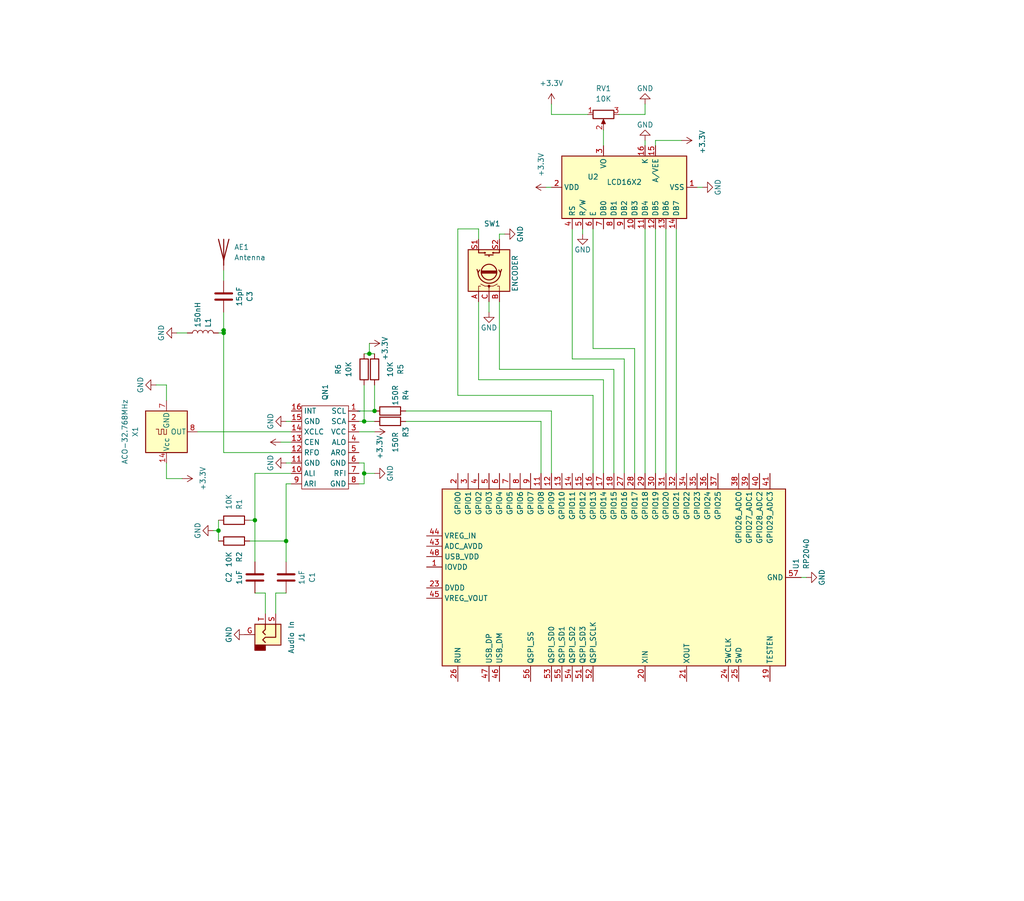
<source format=kicad_sch>
(kicad_sch (version 20230121) (generator eeschema)
  (paper "User" 250.012 219.989)
  (title_block (title "RPI PICO  WITH  LCD16x2, ENCODER AND QN8066") (company "Ricardo Lima Caratti"))
  (lib_symbols
    (symbol "Connector_Audio:AudioJack2_Ground"
      (property "Reference" "J" (at 0 8.89 0))
      (property "Value" "AudioJack2_Ground" (at 0 6.35 0))
      (symbol "AudioJack2_Ground_0_1"
        (rectangle (start -2.54 -2.54) (end -3.81 0) (stroke (width 0.254)) (fill (type outline)))
        (polyline (pts (xy 0 0) (xy 0.635 -0.635) (xy 1.27 0) (xy 2.54 0)) (stroke (width 0.254)))
        (polyline (pts (xy 2.54 2.54) (xy -0.635 2.54) (xy -0.635 0) (xy -1.27 -0.635) (xy -1.905 0)) (stroke (width 0.254)))
        (rectangle (start 2.54 3.81) (end -2.54 -2.54) (stroke (width 0.254)) (fill (type background)))
      )
      (symbol "AudioJack2_Ground_1_1"
        (pin passive line (at 0 -5.08 90) (length 2.54) (name "~") (number "G"))
        (pin passive line (at 5.08 2.54 180) (length 2.54) (name "~") (number "S"))
        (pin passive line (at 5.08 0 180) (length 2.54) (name "~") (number "T"))
      )
    )
    (symbol "Device:Antenna" (pin_numbers hide) (pin_names (offset 1.016) hide)
      (property "Reference" "AE" (at -1.905 1.905 0))
      (property "Value" "Antenna" (at -1.905 0 0))
      (symbol "Antenna_0_1"
        (polyline (pts (xy 0 2.54) (xy 0 -3.81)) (stroke (width 0.254)))
        (polyline (pts (xy 1.27 2.54) (xy 0 -2.54) (xy -1.27 2.54)) (stroke (width 0.254)))
      )
      (symbol "Antenna_1_1"
        (pin input line (at 0 -5.08 90) (length 2.54) (name "A") (number "1"))
      )
    )
    (symbol "Device:C" (pin_numbers hide) (pin_names (offset 0.254))
      (property "Reference" "C" (at 0.635 2.54 0))
      (property "Value" "C" (at 0.635 -2.54 0))
      (symbol "C_0_1"
        (polyline (pts (xy -2.032 -0.762) (xy 2.032 -0.762)) (stroke (width 0.508)))
        (polyline (pts (xy -2.032 0.762) (xy 2.032 0.762)) (stroke (width 0.508)))
      )
      (symbol "C_1_1"
        (pin passive line (at 0 3.81 270) (length 2.794) (name "~") (number "1"))
        (pin passive line (at 0 -3.81 90) (length 2.794) (name "~") (number "2"))
      )
    )
    (symbol "Device:L" (pin_numbers hide) (pin_names (offset 1.016) hide)
      (property "Reference" "L" (at -1.27 0 90))
      (property "Value" "L" (at 1.905 0 90))
      (symbol "L_0_1"
        (arc (start 0 -2.54) (mid 0.6323 -1.905) (end 0 -1.27))
        (arc (start 0 -1.27) (mid 0.6323 -0.635) (end 0 0))
        (arc (start 0 0) (mid 0.6323 0.635) (end 0 1.27))
        (arc (start 0 1.27) (mid 0.6323 1.905) (end 0 2.54))
      )
      (symbol "L_1_1"
        (pin passive line (at 0 3.81 270) (length 1.27) (name "1") (number "1"))
        (pin passive line (at 0 -3.81 90) (length 1.27) (name "2") (number "2"))
      )
    )
    (symbol "Device:R" (pin_numbers hide) (pin_names (offset 0))
      (property "Reference" "R" (at 2.032 0 90))
      (property "Value" "R" (at 0 0 90))
      (symbol "R_0_1"
        (rectangle (start -1.016 -2.54) (end 1.016 2.54) (stroke (width 0.254)))
      )
      (symbol "R_1_1"
        (pin passive line (at 0 3.81 270) (length 1.27) (name "~") (number "1"))
        (pin passive line (at 0 -3.81 90) (length 1.27) (name "~") (number "2"))
      )
    )
    (symbol "Device:R_Potentiometer" (pin_names (offset 1.016) hide)
      (property "Reference" "RV" (at -4.445 0 90))
      (property "Value" "R_Potentiometer" (at -2.54 0 90))
      (symbol "R_Potentiometer_0_1"
        (polyline (pts (xy 2.54 0) (xy 1.524 0)))
        (polyline (pts (xy 1.143 0) (xy 2.286 0.508) (xy 2.286 -0.508) (xy 1.143 0)) (fill (type outline)))
        (rectangle (start 1.016 2.54) (end -1.016 -2.54) (stroke (width 0.254)))
      )
      (symbol "R_Potentiometer_1_1"
        (pin passive line (at 0 3.81 270) (length 1.27) (name "1") (number "1"))
        (pin passive line (at 3.81 0 180) (length 1.27) (name "2") (number "2"))
        (pin passive line (at 0 -3.81 90) (length 1.27) (name "3") (number "3"))
      )
    )
    (symbol "Device:RotaryEncoder_Switch" (pin_names (offset 0.254) hide)
      (property "Reference" "SW" (at 0 6.604 0))
      (property "Value" "RotaryEncoder_Switch" (at 0 -6.604 0))
      (symbol "RotaryEncoder_Switch_0_1"
        (rectangle (start -5.08 5.08) (end 5.08 -5.08) (stroke (width 0.254)) (fill (type background)))
        (circle (center -3.81 0) (radius 0.254) (fill (type outline)))
        (circle (center -0.381 0) (radius 1.905) (stroke (width 0.254)))
        (arc (start -0.381 2.667) (mid -3.0988 -0.0635) (end -0.381 -2.794) (stroke (width 0.254)))
        (polyline (pts (xy -0.635 -1.778) (xy -0.635 1.778)) (stroke (width 0.254)))
        (polyline (pts (xy -0.381 -1.778) (xy -0.381 1.778)) (stroke (width 0.254)))
        (polyline (pts (xy -0.127 1.778) (xy -0.127 -1.778)) (stroke (width 0.254)))
        (polyline (pts (xy 3.81 0) (xy 3.429 0)) (stroke (width 0.254)))
        (polyline (pts (xy 3.81 1.016) (xy 3.81 -1.016)) (stroke (width 0.254)))
        (polyline (pts (xy -5.08 -2.54) (xy -3.81 -2.54) (xy -3.81 -2.032)))
        (polyline (pts (xy -5.08 2.54) (xy -3.81 2.54) (xy -3.81 2.032)))
        (polyline (pts (xy 0.254 -3.048) (xy -0.508 -2.794) (xy 0.127 -2.413)) (stroke (width 0.254)))
        (polyline (pts (xy 0.254 2.921) (xy -0.508 2.667) (xy 0.127 2.286)) (stroke (width 0.254)))
        (polyline (pts (xy 5.08 -2.54) (xy 4.318 -2.54) (xy 4.318 -1.016)) (stroke (width 0.254)))
        (polyline (pts (xy 5.08 2.54) (xy 4.318 2.54) (xy 4.318 1.016)) (stroke (width 0.254)))
        (polyline (pts (xy -5.08 0) (xy -3.81 0) (xy -3.81 -1.016) (xy -3.302 -2.032)))
        (polyline (pts (xy -4.318 0) (xy -3.81 0) (xy -3.81 1.016) (xy -3.302 2.032)))
        (circle (center 4.318 -1.016) (radius 0.127) (stroke (width 0.254)))
        (circle (center 4.318 1.016) (radius 0.127) (stroke (width 0.254)))
      )
      (symbol "RotaryEncoder_Switch_1_1"
        (pin passive line (at -7.62 2.54 0) (length 2.54) (name "A") (number "A"))
        (pin passive line (at -7.62 -2.54 0) (length 2.54) (name "B") (number "B"))
        (pin passive line (at -7.62 0 0) (length 2.54) (name "C") (number "C"))
        (pin passive line (at 7.62 2.54 180) (length 2.54) (name "S1") (number "S1"))
        (pin passive line (at 7.62 -2.54 180) (length 2.54) (name "S2") (number "S2"))
      )
    )
    (symbol "Display_Character:RC1602A"
      (property "Reference" "U" (at -6.35 16.51 0))
      (property "Value" "RC1602A" (at 2.794 16.51 0))
      (symbol "RC1602A_0_1"
        (rectangle (start -7.62 15.24) (end 7.62 -15.24) (stroke (width 0.254)) (fill (type background)))
      )
      (symbol "RC1602A_1_1"
        (pin power_in line (at 0 -17.78 90) (length 2.54) (name "VSS") (number "1"))
        (pin bidirectional line (at -10.16 -2.54 0) (length 2.54) (name "DB3") (number "10"))
        (pin bidirectional line (at -10.16 -5.08 0) (length 2.54) (name "DB4") (number "11"))
        (pin bidirectional line (at -10.16 -7.62 0) (length 2.54) (name "DB5") (number "12"))
        (pin bidirectional line (at -10.16 -10.16 0) (length 2.54) (name "DB6") (number "13"))
        (pin bidirectional line (at -10.16 -12.7 0) (length 2.54) (name "DB7") (number "14"))
        (pin power_in line (at 10.16 -7.62 180) (length 2.54) (name "A/VEE") (number "15"))
        (pin power_in line (at 10.16 -5.08 180) (length 2.54) (name "K") (number "16"))
        (pin power_in line (at 0 17.78 270) (length 2.54) (name "VDD") (number "2"))
        (pin power_in line (at 10.16 5.08 180) (length 2.54) (name "VO") (number "3"))
        (pin input line (at -10.16 12.7 0) (length 2.54) (name "RS") (number "4"))
        (pin input line (at -10.16 10.16 0) (length 2.54) (name "R/W") (number "5"))
        (pin input line (at -10.16 7.62 0) (length 2.54) (name "E") (number "6"))
        (pin bidirectional line (at -10.16 5.08 0) (length 2.54) (name "DB0") (number "7"))
        (pin bidirectional line (at -10.16 2.54 0) (length 2.54) (name "DB1") (number "8"))
        (pin bidirectional line (at -10.16 0 0) (length 2.54) (name "DB2") (number "9"))
      )
    )
    (symbol "MCU_RaspberryPi:RP2040"
      (property "Reference" "U" (at 17.78 45.72 0))
      (property "Value" "RP2040" (at 17.78 43.18 0))
      (symbol "RP2040_0_1"
        (rectangle (start -21.59 41.91) (end 21.59 -41.91) (stroke (width 0.254)) (fill (type background)))
      )
      (symbol "RP2040_1_1"
        (pin power_in line (at 2.54 45.72 270) (length 3.81) (name "IOVDD") (number "1"))
        (pin passive line (at 2.54 45.72 270) (length 3.81) hide (name "IOVDD") (number "10"))
        (pin bidirectional line (at 25.4 17.78 180) (length 3.81) (name "GPIO8") (number "11"))
        (pin bidirectional line (at 25.4 15.24 180) (length 3.81) (name "GPIO9") (number "12"))
        (pin bidirectional line (at 25.4 12.7 180) (length 3.81) (name "GPIO10") (number "13"))
        (pin bidirectional line (at 25.4 10.16 180) (length 3.81) (name "GPIO11") (number "14"))
        (pin bidirectional line (at 25.4 7.62 180) (length 3.81) (name "GPIO12") (number "15"))
        (pin bidirectional line (at 25.4 5.08 180) (length 3.81) (name "GPIO13") (number "16"))
        (pin bidirectional line (at 25.4 2.54 180) (length 3.81) (name "GPIO14") (number "17"))
        (pin bidirectional line (at 25.4 0 180) (length 3.81) (name "GPIO15") (number "18"))
        (pin input line (at -25.4 -38.1 0) (length 3.81) (name "TESTEN") (number "19"))
        (pin bidirectional line (at 25.4 38.1 180) (length 3.81) (name "GPIO0") (number "2"))
        (pin input line (at -25.4 -7.62 0) (length 3.81) (name "XIN") (number "20"))
        (pin passive line (at -25.4 -17.78 0) (length 3.81) (name "XOUT") (number "21"))
        (pin passive line (at 2.54 45.72 270) (length 3.81) hide (name "IOVDD") (number "22"))
        (pin power_in line (at -2.54 45.72 270) (length 3.81) (name "DVDD") (number "23"))
        (pin input line (at -25.4 -27.94 0) (length 3.81) (name "SWCLK") (number "24"))
        (pin bidirectional line (at -25.4 -30.48 0) (length 3.81) (name "SWD") (number "25"))
        (pin input line (at -25.4 38.1 0) (length 3.81) (name "RUN") (number "26"))
        (pin bidirectional line (at 25.4 -2.54 180) (length 3.81) (name "GPIO16") (number "27"))
        (pin bidirectional line (at 25.4 -5.08 180) (length 3.81) (name "GPIO17") (number "28"))
        (pin bidirectional line (at 25.4 -7.62 180) (length 3.81) (name "GPIO18") (number "29"))
        (pin bidirectional line (at 25.4 35.56 180) (length 3.81) (name "GPIO1") (number "3"))
        (pin bidirectional line (at 25.4 -10.16 180) (length 3.81) (name "GPIO19") (number "30"))
        (pin bidirectional line (at 25.4 -12.7 180) (length 3.81) (name "GPIO20") (number "31"))
        (pin bidirectional line (at 25.4 -15.24 180) (length 3.81) (name "GPIO21") (number "32"))
        (pin passive line (at 2.54 45.72 270) (length 3.81) hide (name "IOVDD") (number "33"))
        (pin bidirectional line (at 25.4 -17.78 180) (length 3.81) (name "GPIO22") (number "34"))
        (pin bidirectional line (at 25.4 -20.32 180) (length 3.81) (name "GPIO23") (number "35"))
        (pin bidirectional line (at 25.4 -22.86 180) (length 3.81) (name "GPIO24") (number "36"))
        (pin bidirectional line (at 25.4 -25.4 180) (length 3.81) (name "GPIO25") (number "37"))
        (pin bidirectional line (at 25.4 -30.48 180) (length 3.81) (name "GPIO26_ADC0") (number "38"))
        (pin bidirectional line (at 25.4 -33.02 180) (length 3.81) (name "GPIO27_ADC1") (number "39"))
        (pin bidirectional line (at 25.4 33.02 180) (length 3.81) (name "GPIO2") (number "4"))
        (pin bidirectional line (at 25.4 -35.56 180) (length 3.81) (name "GPIO28_ADC2") (number "40"))
        (pin bidirectional line (at 25.4 -38.1 180) (length 3.81) (name "GPIO29_ADC3") (number "41"))
        (pin passive line (at 2.54 45.72 270) (length 3.81) hide (name "IOVDD") (number "42"))
        (pin power_in line (at 7.62 45.72 270) (length 3.81) (name "ADC_AVDD") (number "43"))
        (pin power_in line (at 10.16 45.72 270) (length 3.81) (name "VREG_IN") (number "44"))
        (pin power_out line (at -5.08 45.72 270) (length 3.81) (name "VREG_VOUT") (number "45"))
        (pin bidirectional line (at -25.4 27.94 0) (length 3.81) (name "USB_DM") (number "46"))
        (pin bidirectional line (at -25.4 30.48 0) (length 3.81) (name "USB_DP") (number "47"))
        (pin power_in line (at 5.08 45.72 270) (length 3.81) (name "USB_VDD") (number "48"))
        (pin passive line (at 2.54 45.72 270) (length 3.81) hide (name "IOVDD") (number "49"))
        (pin bidirectional line (at 25.4 30.48 180) (length 3.81) (name "GPIO3") (number "5"))
        (pin passive line (at -2.54 45.72 270) (length 3.81) hide (name "DVDD") (number "50"))
        (pin bidirectional line (at -25.4 7.62 0) (length 3.81) (name "QSPI_SD3") (number "51"))
        (pin output line (at -25.4 5.08 0) (length 3.81) (name "QSPI_SCLK") (number "52"))
        (pin bidirectional line (at -25.4 15.24 0) (length 3.81) (name "QSPI_SD0") (number "53"))
        (pin bidirectional line (at -25.4 10.16 0) (length 3.81) (name "QSPI_SD2") (number "54"))
        (pin bidirectional line (at -25.4 12.7 0) (length 3.81) (name "QSPI_SD1") (number "55"))
        (pin bidirectional line (at -25.4 20.32 0) (length 3.81) (name "QSPI_SS") (number "56"))
        (pin power_in line (at 0 -45.72 90) (length 3.81) (name "GND") (number "57"))
        (pin bidirectional line (at 25.4 27.94 180) (length 3.81) (name "GPIO4") (number "6"))
        (pin bidirectional line (at 25.4 25.4 180) (length 3.81) (name "GPIO5") (number "7"))
        (pin bidirectional line (at 25.4 22.86 180) (length 3.81) (name "GPIO6") (number "8"))
        (pin bidirectional line (at 25.4 20.32 180) (length 3.81) (name "GPIO7") (number "9"))
      )
    )
    (symbol "Oscillator:ACO-xxxMHz" (pin_names (offset 0.254))
      (property "Reference" "X" (at -5.08 6.35 0))
      (property "Value" "ACO-xxxMHz" (at 1.27 -6.35 0))
      (symbol "ACO-xxxMHz_0_1"
        (rectangle (start -5.08 5.08) (end 5.08 -5.08) (stroke (width 0.254)) (fill (type background)))
        (polyline (pts (xy -2.54 -0.635) (xy -1.905 -0.635) (xy -1.905 0.635) (xy -1.27 0.635) (xy -1.27 -0.635) (xy -0.635 -0.635) (xy -0.635 0.635) (xy 0 0.635) (xy 0 -0.635)))
      )
      (symbol "ACO-xxxMHz_1_1"
        (pin no_connect line (at -5.08 2.54 0) (length 2.54) hide (name "NC") (number "1"))
        (pin power_in line (at 0 7.62 270) (length 2.54) (name "Vcc") (number "14"))
        (pin power_in line (at 0 -7.62 90) (length 2.54) (name "GND") (number "7"))
        (pin output line (at 7.62 0 180) (length 2.54) (name "OUT") (number "8"))
      )
    )
    (symbol "QN8066:QN8066"
      (property "Reference" "QN8066" (at 0 15.24 0))
      (symbol "QN8066_0_1"
        (rectangle (start -6.35 13.97) (end 5.08 -6.35))
      )
      (symbol "QN8066_1_1"
        (pin input line (at -8.89 12.7 0) (length 2.54) (name "SCL") (number "1"))
        (pin input line (at 7.62 -2.54 180) (length 2.54) (name "ALI") (number "10"))
        (pin passive line (at 7.62 0 180) (length 2.54) (name "GND") (number "11"))
        (pin output line (at 7.62 2.54 180) (length 2.54) (name "RFO") (number "12"))
        (pin input line (at 7.62 5.08 180) (length 2.54) (name "CEN") (number "13"))
        (pin input line (at 7.62 7.62 180) (length 2.54) (name "XCLC") (number "14"))
        (pin passive line (at 7.62 10.16 180) (length 2.54) (name "GND") (number "15"))
        (pin output line (at 7.62 12.7 180) (length 2.54) (name "INT") (number "16"))
        (pin bidirectional line (at -8.89 10.16 0) (length 2.54) (name "SCA") (number "2"))
        (pin power_in line (at -8.89 7.62 0) (length 2.54) (name "VCC") (number "3"))
        (pin output line (at -8.89 5.08 0) (length 2.54) (name "ALO") (number "4"))
        (pin output line (at -8.89 2.54 0) (length 2.54) (name "ARO") (number "5"))
        (pin passive line (at -8.89 0 0) (length 2.54) (name "GND") (number "6"))
        (pin input line (at -8.89 -2.54 0) (length 2.54) (name "RFI") (number "7"))
        (pin passive line (at -8.89 -5.08 0) (length 2.54) (name "GND") (number "8"))
        (pin input line (at 7.62 -5.08 180) (length 2.54) (name "ARI") (number "9"))
      )
    )
    (symbol "power:+3.3V" (power) (pin_names (offset 0))
      (property "Value" "+3.3V" (at 0 3.556 0))
      (symbol "+3.3V_0_1"
        (polyline (pts (xy -0.762 1.27) (xy 0 2.54)))
        (polyline (pts (xy 0 0) (xy 0 2.54)))
        (polyline (pts (xy 0 2.54) (xy 0.762 1.27)))
      )
      (symbol "+3.3V_1_1"
        (pin power_in line (at 0 0 90) (length 0) hide (name "+3.3V") (number "1"))
      )
    )
    (symbol "power:GND" (power) (pin_names (offset 0))
      (property "Value" "GND" (at 0 -3.81 0))
      (symbol "GND_0_1"
        (polyline (pts (xy 0 0) (xy 0 -1.27) (xy 1.27 -1.27) (xy 0 -2.54) (xy -1.27 -1.27) (xy 0 -1.27)))
      )
      (symbol "GND_1_1"
        (pin power_in line (at 0 0 270) (length 0) hide (name "GND") (number "1"))
      )
    )
  )
  (junction (at 88.9 102.87))
  (junction (at 88.9 115.57))
  (junction (at 54.61 80.645))
  (junction (at 54.61 81.28))
  (junction (at 53.34 129.54))
  (junction (at 91.44 100.33))
  (junction (at 90.17 86.36))
  (junction (at 69.85 132.08))
  (junction (at 62.23 127))
  (wire (pts (xy 71.12 115.57) (xy 62.23 115.57)))
  (wire (pts (xy 134.62 45.72) (xy 133.35 45.72)))
  (wire (pts (xy 60.96 127) (xy 62.23 127)))
  (wire (pts (xy 142.24 55.88) (xy 142.24 57.15)))
  (wire (pts (xy 91.44 86.36) (xy 90.17 86.36)))
  (wire (pts (xy 44.45 116.84) (xy 40.64 116.84)))
  (wire (pts (xy 40.64 97.79) (xy 40.64 93.98)))
  (wire (pts (xy 40.64 113.03) (xy 40.64 116.84)))
  (wire (pts (xy 88.9 118.11) (xy 87.63 118.11)))
  (wire (pts (xy 71.12 113.03) (xy 69.85 113.03)))
  (wire (pts (xy 71.12 110.49) (xy 54.61 110.49)))
  (wire (pts (xy 54.61 66.04) (xy 54.61 68.58)))
  (wire (pts (xy 134.62 25.4) (xy 134.62 27.94)))
  (wire (pts (xy 90.17 86.36) (xy 88.9 86.36)))
  (wire (pts (xy 71.12 107.95) (xy 68.58 107.95)))
  (wire (pts (xy 99.06 100.33) (xy 134.62 100.33)))
  (wire (pts (xy 132.08 115.57) (xy 132.08 102.87)))
  (wire (pts (xy 116.84 58.42) (xy 116.84 55.88)))
  (wire (pts (xy 144.78 115.57) (xy 144.78 96.52)))
  (wire (pts (xy 147.32 92.71) (xy 116.84 92.71)))
  (wire (pts (xy 69.85 144.78) (xy 67.31 144.78)))
  (wire (pts (xy 53.34 129.54) (xy 53.34 127)))
  (wire (pts (xy 154.94 85.09) (xy 144.78 85.09)))
  (wire (pts (xy 40.64 93.98) (xy 38.1 93.98)))
  (wire (pts (xy 157.48 25.4) (xy 157.48 27.94)))
  (wire (pts (xy 62.23 127) (xy 62.23 137.16)))
  (wire (pts (xy 144.78 96.52) (xy 111.76 96.52)))
  (wire (pts (xy 111.76 55.88) (xy 116.84 55.88)))
  (wire (pts (xy 64.77 149.86) (xy 64.77 144.78)))
  (wire (pts (xy 143.51 27.94) (xy 134.62 27.94)))
  (wire (pts (xy 116.84 92.71) (xy 116.84 73.66)))
  (wire (pts (xy 54.61 81.28) (xy 53.34 81.28)))
  (wire (pts (xy 147.32 31.75) (xy 147.32 35.56)))
  (wire (pts (xy 53.34 129.54) (xy 52.07 129.54)))
  (wire (pts (xy 195.58 140.97) (xy 196.85 140.97)))
  (wire (pts (xy 91.44 100.33) (xy 91.44 93.98)))
  (wire (pts (xy 45.72 81.28) (xy 43.18 81.28)))
  (wire (pts (xy 147.32 115.57) (xy 147.32 92.71)))
  (wire (pts (xy 166.37 34.29) (xy 160.02 34.29)))
  (wire (pts (xy 64.77 144.78) (xy 62.23 144.78)))
  (wire (pts (xy 91.44 105.41) (xy 87.63 105.41)))
  (wire (pts (xy 87.63 113.03) (xy 88.9 113.03)))
  (wire (pts (xy 119.38 76.2) (xy 119.38 73.66)))
  (wire (pts (xy 165.1 115.57) (xy 165.1 55.88)))
  (wire (pts (xy 88.9 102.87) (xy 87.63 102.87)))
  (wire (pts (xy 91.44 102.87) (xy 88.9 102.87)))
  (wire (pts (xy 171.45 45.72) (xy 170.18 45.72)))
  (wire (pts (xy 71.12 102.87) (xy 69.85 102.87)))
  (wire (pts (xy 154.94 115.57) (xy 154.94 85.09)))
  (wire (pts (xy 157.48 34.29) (xy 157.48 35.56)))
  (wire (pts (xy 88.9 113.03) (xy 88.9 115.57)))
  (wire (pts (xy 152.4 87.63) (xy 139.7 87.63)))
  (wire (pts (xy 90.17 86.36) (xy 90.17 83.82)))
  (wire (pts (xy 71.12 105.41) (xy 48.26 105.41)))
  (wire (pts (xy 149.86 90.17) (xy 121.92 90.17)))
  (wire (pts (xy 139.7 87.63) (xy 139.7 55.88)))
  (wire (pts (xy 151.13 27.94) (xy 157.48 27.94)))
  (wire (pts (xy 121.92 90.17) (xy 121.92 73.66)))
  (wire (pts (xy 62.23 115.57) (xy 62.23 127)))
  (wire (pts (xy 88.9 102.87) (xy 88.9 93.98)))
  (wire (pts (xy 54.61 110.49) (xy 54.61 81.28)))
  (wire (pts (xy 160.02 115.57) (xy 160.02 55.88)))
  (wire (pts (xy 134.62 115.57) (xy 134.62 100.33)))
  (wire (pts (xy 152.4 115.57) (xy 152.4 87.63)))
  (wire (pts (xy 69.85 132.08) (xy 60.96 132.08)))
  (wire (pts (xy 69.85 137.16) (xy 69.85 132.08)))
  (wire (pts (xy 67.31 149.86) (xy 67.31 144.78)))
  (wire (pts (xy 88.9 115.57) (xy 88.9 118.11)))
  (wire (pts (xy 91.44 115.57) (xy 88.9 115.57)))
  (wire (pts (xy 162.56 115.57) (xy 162.56 55.88)))
  (wire (pts (xy 91.44 100.33) (xy 87.63 100.33)))
  (wire (pts (xy 54.61 80.645) (xy 54.61 81.28)))
  (wire (pts (xy 111.76 96.52) (xy 111.76 55.88)))
  (wire (pts (xy 121.92 57.15) (xy 123.19 57.15)))
  (wire (pts (xy 157.48 115.57) (xy 157.48 55.88)))
  (wire (pts (xy 160.02 35.56) (xy 160.02 34.29)))
  (wire (pts (xy 144.78 85.09) (xy 144.78 55.88)))
  (wire (pts (xy 121.92 58.42) (xy 121.92 57.15)))
  (wire (pts (xy 53.975 80.645) (xy 54.61 80.645)))
  (wire (pts (xy 54.61 76.2) (xy 54.61 80.645)))
  (wire (pts (xy 69.85 132.08) (xy 69.85 118.11)))
  (wire (pts (xy 149.86 115.57) (xy 149.86 90.17)))
  (wire (pts (xy 99.06 102.87) (xy 132.08 102.87)))
  (wire (pts (xy 53.34 132.08) (xy 53.34 129.54)))
  (wire (pts (xy 69.85 118.11) (xy 71.12 118.11)))
  (symbol (lib_id "power:+3.3V") (at 133.35 45.72 90) (mirror x) (unit 1)
    (property "Reference" "#PWR03" (effects hide))
    (property "Value" "+3.3V" (at 132.08 43.18 0) (effects (justify right)))
  )
  (symbol (lib_id "Device:R") (at 57.15 132.08 270) (unit 1)
    (property "Reference" "R2" (at 58.42 134.62 0) (effects (justify left)))
    (property "Value" "10K" (at 55.88 134.62 0) (effects (justify left)))
  )
  (symbol (lib_id "Oscillator:ACO-xxxMHz") (at 40.64 105.41 0) (mirror x) (unit 1)
    (property "Reference" "X1" (at 33.02 105.41 90))
    (property "Value" "ACO-32.768MHz" (at 30.48 105.41 90))
    (property "Footprint" "Oscillator:Oscillator_DIP-14" (effects hide))
    (property "Datasheet" "http://www.conwin.com/datasheets/cx/cx030.pdf" (effects hide))
  )
  (symbol (lib_id "Display_Character:RC1602A") (at 152.4 45.72 90) (unit 1)
    (property "Reference" "U2" (at 144.78 43.18 90))
    (property "Value" "LCD16X2" (at 152.4 44.45 90))
    (property "Footprint" "Display:RC1602A" (effects hide))
    (property "Datasheet" "http://www.raystar-optronics.com/down.php?ProID=18" (effects hide))
  )
  (symbol (lib_id "power:GND") (at 69.85 113.03 270) (mirror x) (unit 1)
    (property "Reference" "#PWR014" (effects hide))
    (property "Value" "GND" (at 66.04 113.03 0))
  )
  (symbol (lib_id "Device:R") (at 57.15 127 270) (mirror x) (unit 1)
    (property "Reference" "R1" (at 58.42 124.46 0) (effects (justify left)))
    (property "Value" "10K" (at 55.88 124.46 0) (effects (justify left)))
  )
  (symbol (lib_id "Device:R") (at 91.44 90.17 0) (mirror y) (unit 1)
    (property "Reference" "R5" (at 97.79 90.17 90))
    (property "Value" "10K" (at 95.25 90.17 90))
  )
  (symbol (lib_id "power:+3.3V") (at 134.62 25.4 0) (mirror y) (unit 1)
    (property "Reference" "#PWR04" (effects hide))
    (property "Value" "+3.3V" (at 134.62 20.32 0))
  )
  (symbol (lib_id "power:GND") (at 123.19 57.15 90) (unit 1)
    (property "Reference" "#PWR09" (effects hide))
    (property "Value" "GND" (at 127 57.15 0))
  )
  (symbol (lib_id "Device:RotaryEncoder_Switch") (at 119.38 66.04 90) (unit 1)
    (property "Reference" "SW1" (at 118.11 54.61 90) (effects (justify right)))
    (property "Value" "ENCODER" (at 125.73 62.23 0) (effects (justify right)))
  )
  (symbol (lib_id "power:GND") (at 43.18 81.28 270) (mirror x) (unit 1)
    (property "Reference" "#PWR018" (effects hide))
    (property "Value" "GND" (at 39.37 81.28 0))
  )
  (symbol (lib_id "Device:C") (at 54.61 72.39 0) (mirror x) (unit 1)
    (property "Reference" "C3" (at 60.96 72.39 90))
    (property "Value" "15pF" (at 58.42 72.39 90))
  )
  (symbol (lib_id "Device:R") (at 95.25 102.87 270) (unit 1)
    (property "Reference" "R3" (at 99.06 104.14 0) (effects (justify left)))
    (property "Value" "150R" (at 96.52 105.41 0) (effects (justify left)))
  )
  (symbol (lib_id "power:GND") (at 157.48 34.29 0) (mirror x) (unit 1)
    (property "Reference" "#PWR06" (effects hide))
    (property "Value" "GND" (at 157.48 30.48 0))
  )
  (symbol (lib_id "power:+3.3V") (at 91.44 105.41 270) (mirror x) (unit 1)
    (property "Reference" "#PWR013" (effects hide))
    (property "Value" "+3.3V" (at 92.71 109.22 0))
  )
  (symbol (lib_id "Device:R") (at 88.9 90.17 0) (unit 1)
    (property "Reference" "R6" (at 82.55 90.17 90))
    (property "Value" "10K" (at 85.09 90.17 90))
  )
  (symbol (lib_id "power:+3.3V") (at 90.17 83.82 270) (mirror x) (unit 1)
    (property "Reference" "#PWR019" (effects hide))
    (property "Value" "+3.3V" (at 93.98 85.09 0))
  )
  (symbol (lib_id "power:GND") (at 196.85 140.97 90) (unit 1)
    (property "Reference" "#PWR010" (effects hide))
    (property "Value" "GND" (at 200.66 140.97 0))
  )
  (symbol (lib_id "power:GND") (at 171.45 45.72 90) (mirror x) (unit 1)
    (property "Reference" "#PWR02" (effects hide))
    (property "Value" "GND" (at 175.26 45.72 0))
  )
  (symbol (lib_id "power:GND") (at 91.44 115.57 90) (mirror x) (unit 1)
    (property "Reference" "#PWR012" (effects hide))
    (property "Value" "GND" (at 95.25 115.57 0))
  )
  (symbol (lib_id "power:GND") (at 119.38 76.2 0) (unit 1)
    (property "Reference" "#PWR08" (effects hide))
    (property "Value" "GND" (at 119.38 80.01 0))
  )
  (symbol (lib_id "power:GND") (at 157.48 25.4 0) (mirror x) (unit 1)
    (property "Reference" "#PWR05" (effects hide))
    (property "Value" "GND" (at 157.48 21.59 0))
  )
  (symbol (lib_id "Device:C") (at 62.23 140.97 180) (unit 1)
    (property "Reference" "C2" (at 55.88 140.97 90))
    (property "Value" "1uF" (at 58.42 140.97 90))
  )
  (symbol (lib_id "QN8066:QN8066") (at 78.74 113.03 0) (mirror y) (unit 1)
    (property "Reference" "QN1" (at 79.375 97.79 90) (effects (justify left)))
    (property "Value" "~" (at 87.63 100.33 0))
  )
  (symbol (lib_id "power:GND") (at 38.1 93.98 270) (mirror x) (unit 1)
    (property "Reference" "#PWR020" (effects hide))
    (property "Value" "GND" (at 34.29 93.98 0))
  )
  (symbol (lib_id "power:+3.3V") (at 44.45 116.84 270) (mirror x) (unit 1)
    (property "Reference" "#PWR021" (effects hide))
    (property "Value" "+3.3V" (at 49.53 116.84 0))
  )
  (symbol (lib_id "power:GND") (at 69.85 102.87 270) (mirror x) (unit 1)
    (property "Reference" "#PWR015" (effects hide))
    (property "Value" "GND" (at 66.04 102.87 0))
  )
  (symbol (lib_id "power:GND") (at 59.69 154.94 270) (mirror x) (unit 1)
    (property "Reference" "#PWR016" (effects hide))
    (property "Value" "GND" (at 55.88 154.94 0))
  )
  (symbol (lib_id "power:+3.3V") (at 166.37 34.29 270) (mirror x) (unit 1)
    (property "Reference" "#PWR07" (effects hide))
    (property "Value" "+3.3V" (at 171.45 31.75 0) (effects (justify right)))
  )
  (symbol (lib_id "power:GND") (at 142.24 57.15 0) (mirror y) (unit 1)
    (property "Reference" "#PWR01" (effects hide))
    (property "Value" "GND" (at 142.24 60.96 0))
  )
  (symbol (lib_id "Device:L") (at 49.53 81.28 270) (mirror x) (unit 1)
    (property "Reference" "L1" (at 50.8 80.01 0) (effects (justify left)))
    (property "Value" "150nH" (at 48.26 80.01 0) (effects (justify left)))
  )
  (symbol (lib_id "Device:R_Potentiometer") (at 147.32 27.94 90) (mirror x) (unit 1)
    (property "Reference" "RV1" (at 147.32 21.59 90))
    (property "Value" "10K" (at 147.32 24.13 90))
  )
  (symbol (lib_id "MCU_RaspberryPi:RP2040") (at 149.86 140.97 90) (unit 1)
    (property "Reference" "U1" (at 194.31 139.0141 0) (effects (justify left)))
    (property "Value" "RP2040" (at 196.85 139.0141 0) (effects (justify left)))
    (property "Footprint" "Package_DFN_QFN:QFN-56-1EP_7x7mm_P0.4mm_EP3.2x3.2mm" (effects hide))
    (property "Datasheet" "https://datasheets.raspberrypi.com/rp2040/rp2040-datasheet.pdf" (effects hide))
  )
  (symbol (lib_id "power:GND") (at 52.07 129.54 270) (mirror x) (unit 1)
    (property "Reference" "#PWR017" (effects hide))
    (property "Value" "GND" (at 48.26 129.54 0))
  )
  (symbol (lib_id "Device:C") (at 69.85 140.97 0) (mirror x) (unit 1)
    (property "Reference" "C1" (at 76.2 140.97 90))
    (property "Value" "1uF" (at 73.66 140.97 90))
  )
  (symbol (lib_id "Device:R") (at 95.25 100.33 270) (mirror x) (unit 1)
    (property "Reference" "R4" (at 99.06 97.79 0) (effects (justify left)))
    (property "Value" "150R" (at 96.52 99.06 0) (effects (justify left)))
  )
  (symbol (lib_id "power:+3.3V") (at 68.58 107.95 90) (mirror x) (unit 1)
    (property "Reference" "#PWR022" (effects hide))
    (property "Value" "+3.3V" (effects hide))
  )
  (symbol (lib_id "Device:Antenna") (at 54.61 60.96 0) (unit 1)
    (property "Reference" "AE1" (at 57.15 60.325 0) (effects (justify left)))
    (property "Value" "Antenna" (at 57.15 62.865 0) (effects (justify left)))
  )
  (symbol (lib_id "Connector_Audio:AudioJack2_Ground") (at 64.77 154.94 270) (mirror x) (unit 1)
    (property "Reference" "J1" (at 73.66 155.575 0))
    (property "Value" "Audio In" (at 71.12 155.575 0))
  )
)
</source>
